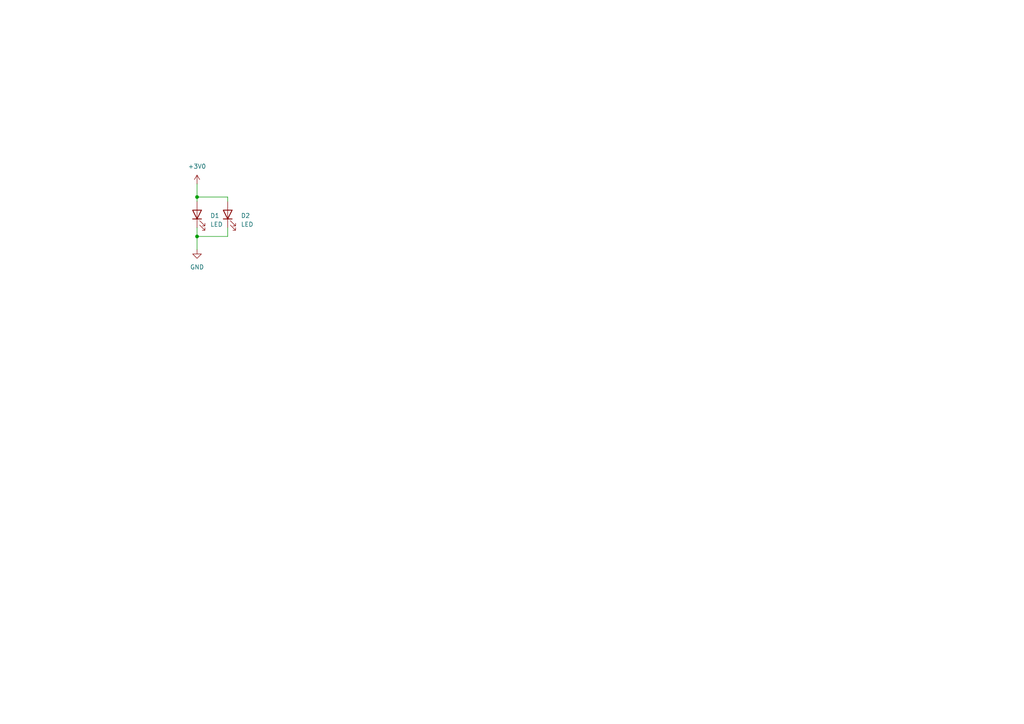
<source format=kicad_sch>
(kicad_sch (version 20230121) (generator eeschema)
  (paper "A4")
  (lib_symbols
    (symbol "Device:LED" (pin_numbers hide) (pin_names (offset 1.016) hide)
      (property "Reference" "D" (at 0 2.54 0))
      (property "Value" "LED" (at 0 -2.54 0))
      (symbol "LED_0_1"
        (polyline (pts (xy -1.27 -1.27) (xy -1.27 1.27)) (stroke (width 0.254)))
        (polyline (pts (xy -1.27 0) (xy 1.27 0)))
        (polyline (pts (xy 1.27 -1.27) (xy 1.27 1.27) (xy -1.27 0) (xy 1.27 -1.27)) (stroke (width 0.254)))
        (polyline (pts (xy -3.048 -0.762) (xy -4.572 -2.286) (xy -3.81 -2.286) (xy -4.572 -2.286) (xy -4.572 -1.524)))
        (polyline (pts (xy -1.778 -0.762) (xy -3.302 -2.286) (xy -2.54 -2.286) (xy -3.302 -2.286) (xy -3.302 -1.524)))
      )
      (symbol "LED_1_1"
        (pin passive line (at -3.81 0 0) (length 2.54) (name "K") (number "1"))
        (pin passive line (at 3.81 0 180) (length 2.54) (name "A") (number "2"))
      )
    )
    (symbol "power:+3V0" (power) (pin_names (offset 0))
      (property "Value" "+3V0" (at 0 3.556 0))
      (symbol "+3V0_0_1"
        (polyline (pts (xy -0.762 1.27) (xy 0 2.54)))
        (polyline (pts (xy 0 0) (xy 0 2.54)))
        (polyline (pts (xy 0 2.54) (xy 0.762 1.27)))
      )
      (symbol "+3V0_1_1"
        (pin power_in line (at 0 0 90) (length 0) hide (name "+3V0") (number "1"))
      )
    )
    (symbol "power:GND" (power) (pin_names (offset 0))
      (property "Value" "GND" (at 0 -3.81 0))
      (symbol "GND_0_1"
        (polyline (pts (xy 0 0) (xy 0 -1.27) (xy 1.27 -1.27) (xy 0 -2.54) (xy -1.27 -1.27) (xy 0 -1.27)))
      )
      (symbol "GND_1_1"
        (pin power_in line (at 0 0 270) (length 0) hide (name "GND") (number "1"))
      )
    )
  )
  (junction (at 57.15 68.58))
  (junction (at 57.15 57.15))
  (wire (pts (xy 66.04 66.04) (xy 66.04 68.58)))
  (wire (pts (xy 57.15 68.58) (xy 66.04 68.58)))
  (wire (pts (xy 57.15 57.15) (xy 57.15 58.42)))
  (wire (pts (xy 57.15 66.04) (xy 57.15 68.58)))
  (wire (pts (xy 57.15 68.58) (xy 57.15 72.39)))
  (wire (pts (xy 57.15 57.15) (xy 66.04 57.15)))
  (wire (pts (xy 66.04 58.42) (xy 66.04 57.15)))
  (wire (pts (xy 57.15 53.34) (xy 57.15 57.15)))
  (symbol (lib_id "Device:LED") (at 66.04 62.23 90) (unit 1)
    (property "Reference" "D2" (at 69.85 62.5475 90) (effects (justify right)))
    (property "Value" "LED" (at 69.85 65.0875 90) (effects (justify right)))
    (property "Footprint" "LED_SMD:LED_1206_3216Metric" (effects hide))
  )
  (symbol (lib_id "Device:LED") (at 57.15 62.23 90) (unit 1)
    (property "Reference" "D1" (at 60.96 62.5475 90) (effects (justify right)))
    (property "Value" "LED" (at 60.96 65.0875 90) (effects (justify right)))
    (property "Footprint" "LED_SMD:LED_1206_3216Metric" (effects hide))
  )
  (symbol (lib_id "power:+3V0") (at 57.15 53.34 0) (unit 1)
    (property "Reference" "#PWR02" (effects hide))
    (property "Value" "+3V0" (at 57.15 48.26 0))
  )
  (symbol (lib_id "power:GND") (at 57.15 72.39 0) (unit 1)
    (property "Reference" "#PWR01" (effects hide))
    (property "Value" "GND" (at 57.15 77.47 0))
  )
)
</source>
